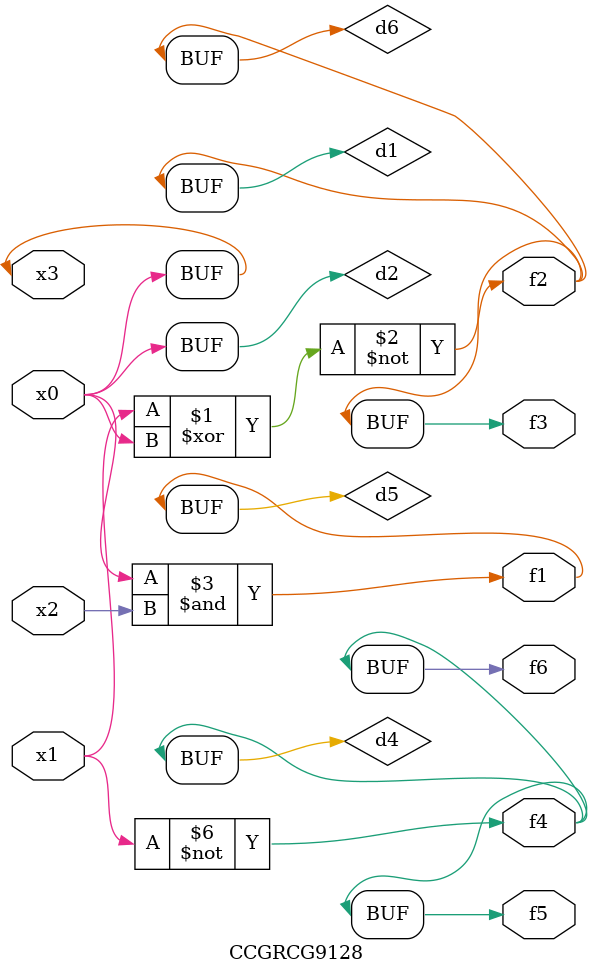
<source format=v>
module CCGRCG9128(
	input x0, x1, x2, x3,
	output f1, f2, f3, f4, f5, f6
);

	wire d1, d2, d3, d4, d5, d6;

	xnor (d1, x1, x3);
	buf (d2, x0, x3);
	nand (d3, x0, x2);
	not (d4, x1);
	nand (d5, d3);
	or (d6, d1);
	assign f1 = d5;
	assign f2 = d6;
	assign f3 = d6;
	assign f4 = d4;
	assign f5 = d4;
	assign f6 = d4;
endmodule

</source>
